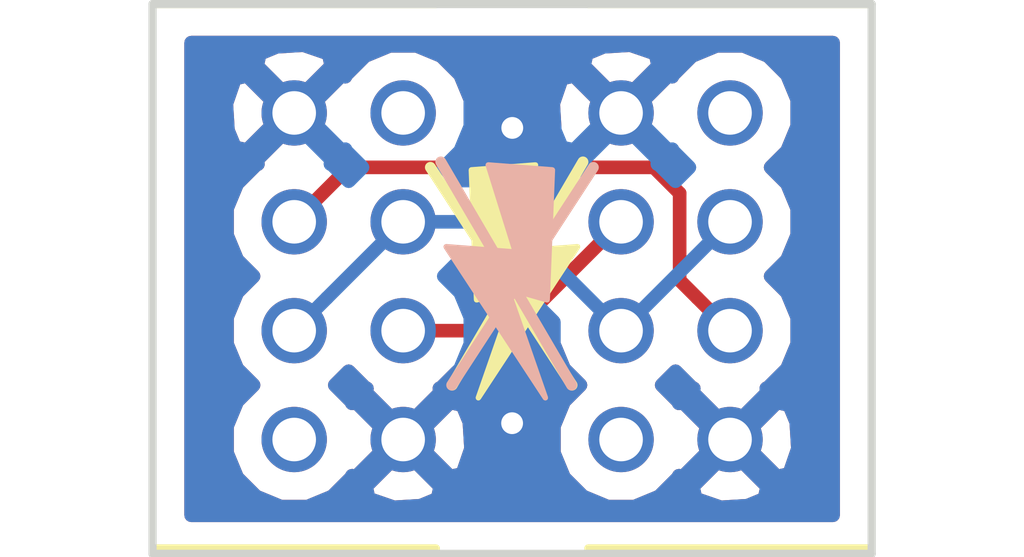
<source format=kicad_pcb>
(kicad_pcb (version 20171130) (host pcbnew "(5.0.1-3-g963ef8bb5)")

  (general
    (thickness 1.6)
    (drawings 8)
    (tracks 15)
    (zones 0)
    (modules 2)
    (nets 9)
  )

  (page A4)
  (layers
    (0 F.Cu signal)
    (31 B.Cu signal)
    (32 B.Adhes user)
    (33 F.Adhes user)
    (34 B.Paste user)
    (35 F.Paste user)
    (36 B.SilkS user)
    (37 F.SilkS user)
    (38 B.Mask user)
    (39 F.Mask user)
    (40 Dwgs.User user)
    (41 Cmts.User user)
    (42 Eco1.User user)
    (43 Eco2.User user)
    (44 Edge.Cuts user)
    (45 Margin user)
    (46 B.CrtYd user)
    (47 F.CrtYd user)
    (48 B.Fab user)
    (49 F.Fab user)
  )

  (setup
    (last_trace_width 0.25)
    (trace_clearance 0.2)
    (zone_clearance 0.508)
    (zone_45_only no)
    (trace_min 0.2)
    (segment_width 0.2)
    (edge_width 0.15)
    (via_size 0.8)
    (via_drill 0.4)
    (via_min_size 0.4)
    (via_min_drill 0.3)
    (uvia_size 0.3)
    (uvia_drill 0.1)
    (uvias_allowed no)
    (uvia_min_size 0.2)
    (uvia_min_drill 0.1)
    (pcb_text_width 0.3)
    (pcb_text_size 1.5 1.5)
    (mod_edge_width 0.15)
    (mod_text_size 1 1)
    (mod_text_width 0.15)
    (pad_size 1.524 1.524)
    (pad_drill 0.762)
    (pad_to_mask_clearance 0.2)
    (solder_mask_min_width 0.25)
    (aux_axis_origin 0 0)
    (visible_elements 7FFFFF7F)
    (pcbplotparams
      (layerselection 0x00030_ffffffff)
      (usegerberextensions false)
      (usegerberattributes false)
      (usegerberadvancedattributes false)
      (creategerberjobfile false)
      (excludeedgelayer true)
      (linewidth 0.100000)
      (plotframeref false)
      (viasonmask false)
      (mode 1)
      (useauxorigin false)
      (hpglpennumber 1)
      (hpglpenspeed 20)
      (hpglpendiameter 15.000000)
      (psnegative false)
      (psa4output false)
      (plotreference true)
      (plotvalue true)
      (plotinvisibletext false)
      (padsonsilk false)
      (subtractmaskfromsilk false)
      (outputformat 1)
      (mirror false)
      (drillshape 1)
      (scaleselection 1)
      (outputdirectory ""))
  )

  (net 0 "")
  (net 1 "Net-(J1-Pad4)")
  (net 2 "Net-(J1-Pad5)")
  (net 3 /GND)
  (net 4 /PTP)
  (net 5 "Net-(J1-Pad8)")
  (net 6 "Net-(J1-Pad1)")
  (net 7 "Net-(J2-Pad1)")
  (net 8 "Net-(J2-Pad8)")

  (net_class Default "Ceci est la Netclass par défaut."
    (clearance 0.2)
    (trace_width 0.25)
    (via_dia 0.8)
    (via_drill 0.4)
    (uvia_dia 0.3)
    (uvia_drill 0.1)
    (add_net /GND)
    (add_net /PTP)
    (add_net "Net-(J1-Pad1)")
    (add_net "Net-(J1-Pad4)")
    (add_net "Net-(J1-Pad5)")
    (add_net "Net-(J1-Pad8)")
    (add_net "Net-(J2-Pad1)")
    (add_net "Net-(J2-Pad8)")
  )

  (net_class Power ""
    (clearance 0.2)
    (trace_width 0.5)
    (via_dia 0.8)
    (via_drill 0.4)
    (uvia_dia 0.3)
    (uvia_drill 0.1)
  )

  (module "Common_Footprint:DF11-8DP-2DS(24)" (layer F.Cu) (tedit 5C6D4111) (tstamp 5BE40ADA)
    (at 105 48 270)
    (path /5BE41126)
    (fp_text reference J2 (at -0.01 0.04 270) (layer F.Fab)
      (effects (font (size 1 1) (thickness 0.15)))
    )
    (fp_text value "DF11-8DP-2DS(24)" (at 0.45 -14.14 270) (layer F.Fab) hide
      (effects (font (size 1 1) (thickness 0.15)))
    )
    (fp_line (start -4.826 1.524) (end 4.826 1.524) (layer F.Fab) (width 0.1))
    (fp_line (start -4.826 -6.35) (end -4.826 1.524) (layer F.Fab) (width 0.1))
    (fp_line (start 4.826 -6.35) (end -4.826 -6.35) (layer F.Fab) (width 0.1))
    (fp_line (start 4.826 1.524) (end 4.826 -6.35) (layer F.Fab) (width 0.1))
    (fp_line (start 5 -3.55) (end 5 1.6) (layer F.SilkS) (width 0.15))
    (fp_line (start -5 1.6) (end -5 -3.55) (layer F.SilkS) (width 0.15))
    (pad 8 thru_hole circle (at -3 -1 270) (size 1.2 1.2) (drill 0.8) (layers *.Cu *.Mask)
      (net 8 "Net-(J2-Pad8)"))
    (pad 7 thru_hole circle (at -3 1 270) (size 1.2 1.2) (drill 0.8) (layers *.Cu *.Mask)
      (net 3 /GND))
    (pad 6 thru_hole circle (at -1 -1 270) (size 1.2 1.2) (drill 0.8) (layers *.Cu *.Mask)
      (net 4 /PTP))
    (pad 5 thru_hole circle (at -1 1 270) (size 1.2 1.2) (drill 0.8) (layers *.Cu *.Mask)
      (net 2 "Net-(J1-Pad5)"))
    (pad 4 thru_hole circle (at 1 -1 270) (size 1.2 1.2) (drill 0.8) (layers *.Cu *.Mask)
      (net 1 "Net-(J1-Pad4)"))
    (pad 3 thru_hole circle (at 1 1 270) (size 1.2 1.2) (drill 0.8) (layers *.Cu *.Mask)
      (net 4 /PTP))
    (pad 2 thru_hole circle (at 3 -1 270) (size 1.2 1.2) (drill 0.8) (layers *.Cu *.Mask)
      (net 3 /GND))
    (pad 1 thru_hole circle (at 3 1 270) (size 1.2 1.2) (drill 0.8) (layers *.Cu *.Mask)
      (net 7 "Net-(J2-Pad1)"))
    (model ${KISYS3DMOD}/DF11-8DP-2DS.step
      (offset (xyz 0 3.7 0))
      (scale (xyz 1 1 1))
      (rotate (xyz 0 0 0))
    )
  )

  (module "Common_Footprint:DF11-8DP-2DS(24)" (layer F.Cu) (tedit 5C6D4111) (tstamp 5BE40ACC)
    (at 99 48 90)
    (path /5BE410E4)
    (fp_text reference J1 (at -0.01 -0.06 90) (layer F.Fab)
      (effects (font (size 1 1) (thickness 0.15)))
    )
    (fp_text value "DF11-8DP-2DS(24)" (at 0 3 90) (layer F.Fab) hide
      (effects (font (size 1 1) (thickness 0.15)))
    )
    (fp_line (start -4.826 1.524) (end 4.826 1.524) (layer F.Fab) (width 0.1))
    (fp_line (start -4.826 -6.35) (end -4.826 1.524) (layer F.Fab) (width 0.1))
    (fp_line (start 4.826 -6.35) (end -4.826 -6.35) (layer F.Fab) (width 0.1))
    (fp_line (start 4.826 1.524) (end 4.826 -6.35) (layer F.Fab) (width 0.1))
    (fp_line (start 5 -3.55) (end 5 1.6) (layer F.SilkS) (width 0.15))
    (fp_line (start -5 1.6) (end -5 -3.55) (layer F.SilkS) (width 0.15))
    (pad 8 thru_hole circle (at -3 -1 90) (size 1.2 1.2) (drill 0.8) (layers *.Cu *.Mask)
      (net 5 "Net-(J1-Pad8)"))
    (pad 7 thru_hole circle (at -3 1 90) (size 1.2 1.2) (drill 0.8) (layers *.Cu *.Mask)
      (net 3 /GND))
    (pad 6 thru_hole circle (at -1 -1 90) (size 1.2 1.2) (drill 0.8) (layers *.Cu *.Mask)
      (net 4 /PTP))
    (pad 5 thru_hole circle (at -1 1 90) (size 1.2 1.2) (drill 0.8) (layers *.Cu *.Mask)
      (net 2 "Net-(J1-Pad5)"))
    (pad 4 thru_hole circle (at 1 -1 90) (size 1.2 1.2) (drill 0.8) (layers *.Cu *.Mask)
      (net 1 "Net-(J1-Pad4)"))
    (pad 3 thru_hole circle (at 1 1 90) (size 1.2 1.2) (drill 0.8) (layers *.Cu *.Mask)
      (net 4 /PTP))
    (pad 2 thru_hole circle (at 3 -1 90) (size 1.2 1.2) (drill 0.8) (layers *.Cu *.Mask)
      (net 3 /GND))
    (pad 1 thru_hole circle (at 3 1 90) (size 1.2 1.2) (drill 0.8) (layers *.Cu *.Mask)
      (net 6 "Net-(J1-Pad1)"))
    (model ${KISYS3DMOD}/DF11-8DP-2DS.step
      (offset (xyz 0 3.7 0))
      (scale (xyz 1 1 1))
      (rotate (xyz 0 0 0))
    )
  )

  (gr_line (start 100.891272 50) (end 103.491272 46) (layer B.SilkS) (width 0.2) (tstamp 5BE40D92))
  (gr_line (start 103.091272 50) (end 100.691272 45.9) (layer B.SilkS) (width 0.2) (tstamp 5BE40D91))
  (gr_line (start 103.1 50) (end 100.5 46) (layer F.SilkS) (width 0.2))
  (gr_line (start 100.9 50) (end 103.3 45.9) (layer F.SilkS) (width 0.2))
  (gr_line (start 95.4 53.1) (end 95.4 43) (layer Edge.Cuts) (width 0.15))
  (gr_line (start 108.6 53.1) (end 95.4 53.1) (layer Edge.Cuts) (width 0.15))
  (gr_line (start 108.6 43) (end 108.6 53.1) (layer Edge.Cuts) (width 0.15))
  (gr_line (start 95.4 43) (end 108.6 43) (layer Edge.Cuts) (width 0.15))

  (segment (start 98 47) (end 99 46) (width 0.25) (layer F.Cu) (net 1))
  (segment (start 99 46) (end 104.6 46) (width 0.25) (layer F.Cu) (net 1))
  (segment (start 104.6 46) (end 105.074999 46.474999) (width 0.25) (layer F.Cu) (net 1))
  (segment (start 105.400001 48.400001) (end 106 49) (width 0.25) (layer F.Cu) (net 1))
  (segment (start 105.074999 46.474999) (end 105.074999 48.074999) (width 0.25) (layer F.Cu) (net 1))
  (segment (start 105.074999 48.074999) (end 105.400001 48.400001) (width 0.25) (layer F.Cu) (net 1))
  (segment (start 104 47) (end 102 49) (width 0.25) (layer F.Cu) (net 2))
  (segment (start 102 49) (end 100 49) (width 0.25) (layer F.Cu) (net 2))
  (via (at 102.003245 45.27499) (size 0.8) (drill 0.4) (layers F.Cu B.Cu) (net 3))
  (via (at 102 50.7) (size 0.8) (drill 0.4) (layers F.Cu B.Cu) (net 3))
  (segment (start 104 49) (end 102 47) (width 0.25) (layer B.Cu) (net 4))
  (segment (start 102 47) (end 100 47) (width 0.25) (layer B.Cu) (net 4))
  (segment (start 106 47) (end 104 49) (width 0.25) (layer B.Cu) (net 4))
  (segment (start 98 49) (end 98.599999 48.400001) (width 0.25) (layer B.Cu) (net 4))
  (segment (start 98.599999 48.400001) (end 100 47) (width 0.25) (layer B.Cu) (net 4))

  (zone (net 3) (net_name /GND) (layer F.Cu) (tstamp 0) (hatch edge 0.508)
    (connect_pads (clearance 0.508))
    (min_thickness 0.254)
    (fill yes (arc_segments 16) (thermal_gap 0.508) (thermal_bridge_width 0.508))
    (polygon
      (pts
        (xy 95.4 43) (xy 108.6 43) (xy 108.6 53.1) (xy 95.4 53.1)
      )
    )
    (filled_polygon
      (pts
        (xy 107.890001 52.39) (xy 96.11 52.39) (xy 96.11 46.754343) (xy 96.765 46.754343) (xy 96.765 47.245657)
        (xy 96.953018 47.699571) (xy 97.253447 48) (xy 96.953018 48.300429) (xy 96.765 48.754343) (xy 96.765 49.245657)
        (xy 96.953018 49.699571) (xy 97.253447 50) (xy 96.953018 50.300429) (xy 96.765 50.754343) (xy 96.765 51.245657)
        (xy 96.953018 51.699571) (xy 97.300429 52.046982) (xy 97.754343 52.235) (xy 98.245657 52.235) (xy 98.699571 52.046982)
        (xy 98.883818 51.862735) (xy 99.31687 51.862735) (xy 99.366383 52.088164) (xy 99.831036 52.247807) (xy 100.321413 52.217482)
        (xy 100.633617 52.088164) (xy 100.68313 51.862735) (xy 100 51.179605) (xy 99.31687 51.862735) (xy 98.883818 51.862735)
        (xy 99.046982 51.699571) (xy 99.060753 51.666325) (xy 99.137265 51.68313) (xy 99.820395 51) (xy 100.179605 51)
        (xy 100.862735 51.68313) (xy 101.088164 51.633617) (xy 101.247807 51.168964) (xy 101.217482 50.678587) (xy 101.088164 50.366383)
        (xy 100.862735 50.31687) (xy 100.179605 51) (xy 99.820395 51) (xy 99.137265 50.31687) (xy 99.060753 50.333675)
        (xy 99.046982 50.300429) (xy 98.746553 50) (xy 99 49.746553) (xy 99.300429 50.046982) (xy 99.333675 50.060753)
        (xy 99.31687 50.137265) (xy 100 50.820395) (xy 100.68313 50.137265) (xy 100.666325 50.060753) (xy 100.699571 50.046982)
        (xy 100.986553 49.76) (xy 101.925153 49.76) (xy 102 49.774888) (xy 102.074847 49.76) (xy 102.074852 49.76)
        (xy 102.296537 49.715904) (xy 102.547929 49.547929) (xy 102.590331 49.48447) (xy 102.783787 49.291014) (xy 102.953018 49.699571)
        (xy 103.253447 50) (xy 102.953018 50.300429) (xy 102.765 50.754343) (xy 102.765 51.245657) (xy 102.953018 51.699571)
        (xy 103.300429 52.046982) (xy 103.754343 52.235) (xy 104.245657 52.235) (xy 104.699571 52.046982) (xy 104.883818 51.862735)
        (xy 105.31687 51.862735) (xy 105.366383 52.088164) (xy 105.831036 52.247807) (xy 106.321413 52.217482) (xy 106.633617 52.088164)
        (xy 106.68313 51.862735) (xy 106 51.179605) (xy 105.31687 51.862735) (xy 104.883818 51.862735) (xy 105.046982 51.699571)
        (xy 105.060753 51.666325) (xy 105.137265 51.68313) (xy 105.820395 51) (xy 106.179605 51) (xy 106.862735 51.68313)
        (xy 107.088164 51.633617) (xy 107.247807 51.168964) (xy 107.217482 50.678587) (xy 107.088164 50.366383) (xy 106.862735 50.31687)
        (xy 106.179605 51) (xy 105.820395 51) (xy 105.137265 50.31687) (xy 105.060753 50.333675) (xy 105.046982 50.300429)
        (xy 104.746553 50) (xy 105 49.746553) (xy 105.300429 50.046982) (xy 105.333675 50.060753) (xy 105.31687 50.137265)
        (xy 106 50.820395) (xy 106.68313 50.137265) (xy 106.666325 50.060753) (xy 106.699571 50.046982) (xy 107.046982 49.699571)
        (xy 107.235 49.245657) (xy 107.235 48.754343) (xy 107.046982 48.300429) (xy 106.746553 48) (xy 107.046982 47.699571)
        (xy 107.235 47.245657) (xy 107.235 46.754343) (xy 107.046982 46.300429) (xy 106.746553 46) (xy 107.046982 45.699571)
        (xy 107.235 45.245657) (xy 107.235 44.754343) (xy 107.046982 44.300429) (xy 106.699571 43.953018) (xy 106.245657 43.765)
        (xy 105.754343 43.765) (xy 105.300429 43.953018) (xy 104.953018 44.300429) (xy 104.939247 44.333675) (xy 104.862735 44.31687)
        (xy 104.179605 45) (xy 104.193748 45.014143) (xy 104.014143 45.193748) (xy 104 45.179605) (xy 103.985858 45.193748)
        (xy 103.806253 45.014143) (xy 103.820395 45) (xy 103.137265 44.31687) (xy 102.911836 44.366383) (xy 102.752193 44.831036)
        (xy 102.777483 45.24) (xy 101.235 45.24) (xy 101.235 44.754343) (xy 101.046982 44.300429) (xy 100.883818 44.137265)
        (xy 103.31687 44.137265) (xy 104 44.820395) (xy 104.68313 44.137265) (xy 104.633617 43.911836) (xy 104.168964 43.752193)
        (xy 103.678587 43.782518) (xy 103.366383 43.911836) (xy 103.31687 44.137265) (xy 100.883818 44.137265) (xy 100.699571 43.953018)
        (xy 100.245657 43.765) (xy 99.754343 43.765) (xy 99.300429 43.953018) (xy 98.953018 44.300429) (xy 98.939247 44.333675)
        (xy 98.862735 44.31687) (xy 98.179605 45) (xy 98.193748 45.014143) (xy 98.014143 45.193748) (xy 98 45.179605)
        (xy 97.31687 45.862735) (xy 97.333675 45.939247) (xy 97.300429 45.953018) (xy 96.953018 46.300429) (xy 96.765 46.754343)
        (xy 96.11 46.754343) (xy 96.11 44.831036) (xy 96.752193 44.831036) (xy 96.782518 45.321413) (xy 96.911836 45.633617)
        (xy 97.137265 45.68313) (xy 97.820395 45) (xy 97.137265 44.31687) (xy 96.911836 44.366383) (xy 96.752193 44.831036)
        (xy 96.11 44.831036) (xy 96.11 44.137265) (xy 97.31687 44.137265) (xy 98 44.820395) (xy 98.68313 44.137265)
        (xy 98.633617 43.911836) (xy 98.168964 43.752193) (xy 97.678587 43.782518) (xy 97.366383 43.911836) (xy 97.31687 44.137265)
        (xy 96.11 44.137265) (xy 96.11 43.71) (xy 107.89 43.71)
      )
    )
  )
  (zone (net 3) (net_name /GND) (layer B.Cu) (tstamp 0) (hatch edge 0.508)
    (connect_pads (clearance 0.508))
    (min_thickness 0.254)
    (fill yes (arc_segments 16) (thermal_gap 0.508) (thermal_bridge_width 0.508))
    (polygon
      (pts
        (xy 95.4 43) (xy 108.6 43) (xy 108.6 53.1) (xy 95.4 53.1)
      )
    )
    (filled_polygon
      (pts
        (xy 107.890001 52.39) (xy 96.11 52.39) (xy 96.11 46.754343) (xy 96.765 46.754343) (xy 96.765 47.245657)
        (xy 96.953018 47.699571) (xy 97.253447 48) (xy 96.953018 48.300429) (xy 96.765 48.754343) (xy 96.765 49.245657)
        (xy 96.953018 49.699571) (xy 97.253447 50) (xy 96.953018 50.300429) (xy 96.765 50.754343) (xy 96.765 51.245657)
        (xy 96.953018 51.699571) (xy 97.300429 52.046982) (xy 97.754343 52.235) (xy 98.245657 52.235) (xy 98.699571 52.046982)
        (xy 98.883818 51.862735) (xy 99.31687 51.862735) (xy 99.366383 52.088164) (xy 99.831036 52.247807) (xy 100.321413 52.217482)
        (xy 100.633617 52.088164) (xy 100.68313 51.862735) (xy 100 51.179605) (xy 99.31687 51.862735) (xy 98.883818 51.862735)
        (xy 99.046982 51.699571) (xy 99.060753 51.666325) (xy 99.137265 51.68313) (xy 99.820395 51) (xy 100.179605 51)
        (xy 100.862735 51.68313) (xy 101.088164 51.633617) (xy 101.247807 51.168964) (xy 101.217482 50.678587) (xy 101.088164 50.366383)
        (xy 100.862735 50.31687) (xy 100.179605 51) (xy 99.820395 51) (xy 99.137265 50.31687) (xy 99.060753 50.333675)
        (xy 99.046982 50.300429) (xy 98.746553 50) (xy 99 49.746553) (xy 99.300429 50.046982) (xy 99.333675 50.060753)
        (xy 99.31687 50.137265) (xy 100 50.820395) (xy 100.68313 50.137265) (xy 100.666325 50.060753) (xy 100.699571 50.046982)
        (xy 101.046982 49.699571) (xy 101.235 49.245657) (xy 101.235 48.754343) (xy 101.046982 48.300429) (xy 100.746553 48)
        (xy 100.986553 47.76) (xy 101.685199 47.76) (xy 102.765 48.839802) (xy 102.765 49.245657) (xy 102.953018 49.699571)
        (xy 103.253447 50) (xy 102.953018 50.300429) (xy 102.765 50.754343) (xy 102.765 51.245657) (xy 102.953018 51.699571)
        (xy 103.300429 52.046982) (xy 103.754343 52.235) (xy 104.245657 52.235) (xy 104.699571 52.046982) (xy 104.883818 51.862735)
        (xy 105.31687 51.862735) (xy 105.366383 52.088164) (xy 105.831036 52.247807) (xy 106.321413 52.217482) (xy 106.633617 52.088164)
        (xy 106.68313 51.862735) (xy 106 51.179605) (xy 105.31687 51.862735) (xy 104.883818 51.862735) (xy 105.046982 51.699571)
        (xy 105.060753 51.666325) (xy 105.137265 51.68313) (xy 105.820395 51) (xy 106.179605 51) (xy 106.862735 51.68313)
        (xy 107.088164 51.633617) (xy 107.247807 51.168964) (xy 107.217482 50.678587) (xy 107.088164 50.366383) (xy 106.862735 50.31687)
        (xy 106.179605 51) (xy 105.820395 51) (xy 105.137265 50.31687) (xy 105.060753 50.333675) (xy 105.046982 50.300429)
        (xy 104.746553 50) (xy 105 49.746553) (xy 105.300429 50.046982) (xy 105.333675 50.060753) (xy 105.31687 50.137265)
        (xy 106 50.820395) (xy 106.68313 50.137265) (xy 106.666325 50.060753) (xy 106.699571 50.046982) (xy 107.046982 49.699571)
        (xy 107.235 49.245657) (xy 107.235 48.754343) (xy 107.046982 48.300429) (xy 106.746553 48) (xy 107.046982 47.699571)
        (xy 107.235 47.245657) (xy 107.235 46.754343) (xy 107.046982 46.300429) (xy 106.746553 46) (xy 107.046982 45.699571)
        (xy 107.235 45.245657) (xy 107.235 44.754343) (xy 107.046982 44.300429) (xy 106.699571 43.953018) (xy 106.245657 43.765)
        (xy 105.754343 43.765) (xy 105.300429 43.953018) (xy 104.953018 44.300429) (xy 104.939247 44.333675) (xy 104.862735 44.31687)
        (xy 104.179605 45) (xy 104.862735 45.68313) (xy 104.939247 45.666325) (xy 104.953018 45.699571) (xy 105.253447 46)
        (xy 105 46.253447) (xy 104.699571 45.953018) (xy 104.666325 45.939247) (xy 104.68313 45.862735) (xy 104 45.179605)
        (xy 103.31687 45.862735) (xy 103.333675 45.939247) (xy 103.300429 45.953018) (xy 102.953018 46.300429) (xy 102.783787 46.708986)
        (xy 102.590331 46.51553) (xy 102.547929 46.452071) (xy 102.296537 46.284096) (xy 102.074852 46.24) (xy 102.074847 46.24)
        (xy 102 46.225112) (xy 101.925153 46.24) (xy 100.986553 46.24) (xy 100.746553 46) (xy 101.046982 45.699571)
        (xy 101.235 45.245657) (xy 101.235 44.831036) (xy 102.752193 44.831036) (xy 102.782518 45.321413) (xy 102.911836 45.633617)
        (xy 103.137265 45.68313) (xy 103.820395 45) (xy 103.137265 44.31687) (xy 102.911836 44.366383) (xy 102.752193 44.831036)
        (xy 101.235 44.831036) (xy 101.235 44.754343) (xy 101.046982 44.300429) (xy 100.883818 44.137265) (xy 103.31687 44.137265)
        (xy 104 44.820395) (xy 104.68313 44.137265) (xy 104.633617 43.911836) (xy 104.168964 43.752193) (xy 103.678587 43.782518)
        (xy 103.366383 43.911836) (xy 103.31687 44.137265) (xy 100.883818 44.137265) (xy 100.699571 43.953018) (xy 100.245657 43.765)
        (xy 99.754343 43.765) (xy 99.300429 43.953018) (xy 98.953018 44.300429) (xy 98.939247 44.333675) (xy 98.862735 44.31687)
        (xy 98.179605 45) (xy 98.862735 45.68313) (xy 98.939247 45.666325) (xy 98.953018 45.699571) (xy 99.253447 46)
        (xy 99 46.253447) (xy 98.699571 45.953018) (xy 98.666325 45.939247) (xy 98.68313 45.862735) (xy 98 45.179605)
        (xy 97.31687 45.862735) (xy 97.333675 45.939247) (xy 97.300429 45.953018) (xy 96.953018 46.300429) (xy 96.765 46.754343)
        (xy 96.11 46.754343) (xy 96.11 44.831036) (xy 96.752193 44.831036) (xy 96.782518 45.321413) (xy 96.911836 45.633617)
        (xy 97.137265 45.68313) (xy 97.820395 45) (xy 97.137265 44.31687) (xy 96.911836 44.366383) (xy 96.752193 44.831036)
        (xy 96.11 44.831036) (xy 96.11 44.137265) (xy 97.31687 44.137265) (xy 98 44.820395) (xy 98.68313 44.137265)
        (xy 98.633617 43.911836) (xy 98.168964 43.752193) (xy 97.678587 43.782518) (xy 97.366383 43.911836) (xy 97.31687 44.137265)
        (xy 96.11 44.137265) (xy 96.11 43.71) (xy 107.89 43.71)
      )
    )
  )
  (zone (net 0) (net_name "") (layer F.SilkS) (tstamp 0) (hatch edge 0.508)
    (connect_pads (clearance 0.508))
    (min_thickness 0.1)
    (fill yes (arc_segments 16) (thermal_gap 0.508) (thermal_bridge_width 0.508))
    (polygon
      (pts
        (xy 101.2 46) (xy 102.5 45.9) (xy 102 47.5) (xy 103.3 47.4) (xy 101.2 50.6)
        (xy 102 48.3) (xy 101.3 48.5)
      )
    )
    (filled_polygon
      (pts
        (xy 101.952276 47.485086) (xy 101.950202 47.504485) (xy 101.955708 47.5232) (xy 101.967958 47.538384) (xy 101.985086 47.547724)
        (xy 102.003835 47.549853) (xy 103.202356 47.457659) (xy 101.380085 50.234453) (xy 102.047225 48.316426) (xy 102.049916 48.297104)
        (xy 102.045008 48.278222) (xy 102.033248 48.262656) (xy 102.016426 48.252775) (xy 101.997104 48.250084) (xy 101.986264 48.251924)
        (xy 101.347418 48.434451) (xy 101.251886 46.046157) (xy 102.430268 45.955512)
      )
    )
  )
  (zone (net 0) (net_name "") (layer B.SilkS) (tstamp 5BE40D90) (hatch edge 0.508)
    (connect_pads (clearance 0.508))
    (min_thickness 0.1)
    (fill yes (arc_segments 16) (thermal_gap 0.508) (thermal_bridge_width 0.508))
    (polygon
      (pts
        (xy 102.791272 46) (xy 101.491272 45.9) (xy 101.991272 47.5) (xy 100.691272 47.4) (xy 102.791272 50.6)
        (xy 101.991272 48.3) (xy 102.691272 48.5)
      )
    )
    (filled_polygon
      (pts
        (xy 102.038996 47.485086) (xy 102.04107 47.504485) (xy 102.035564 47.5232) (xy 102.023314 47.538384) (xy 102.006186 47.547724)
        (xy 101.987437 47.549853) (xy 100.788916 47.457659) (xy 102.611187 50.234453) (xy 101.944047 48.316426) (xy 101.941356 48.297104)
        (xy 101.946264 48.278222) (xy 101.958024 48.262656) (xy 101.974846 48.252775) (xy 101.994168 48.250084) (xy 102.005008 48.251924)
        (xy 102.643854 48.434451) (xy 102.739386 46.046157) (xy 101.561004 45.955512)
      )
    )
  )
)

</source>
